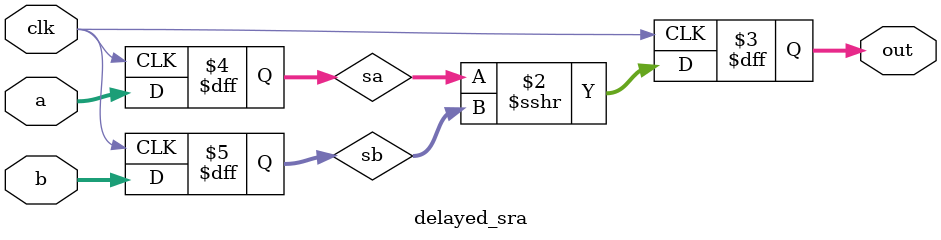
<source format=v>
/*
  Copyright (c) 2018, miya
  All rights reserved.

  Redistribution and use in source and binary forms, with or without modification, are permitted provided that the following conditions are met:

  1. Redistributions of source code must retain the above copyright notice, this list of conditions and the following disclaimer.

  2. Redistributions in binary form must reproduce the above copyright notice, this list of conditions and the following disclaimer in the documentation and/or other materials provided with the distribution.

  THIS SOFTWARE IS PROVIDED BY THE COPYRIGHT HOLDERS AND CONTRIBUTORS "AS IS" AND ANY EXPRESS OR IMPLIED WARRANTIES, INCLUDING, BUT NOT LIMITED TO, THE IMPLIED WARRANTIES OF MERCHANTABILITY AND FITNESS FOR A PARTICULAR PURPOSE ARE DISCLAIMED.
  IN NO EVENT SHALL THE COPYRIGHT OWNER OR CONTRIBUTORS BE LIABLE FOR ANY DIRECT, INDIRECT, INCIDENTAL, SPECIAL, EXEMPLARY, OR CONSEQUENTIAL DAMAGES (INCLUDING, BUT NOT LIMITED TO,
  PROCUREMENT OF SUBSTITUTE GOODS OR SERVICES; LOSS OF USE, DATA, OR PROFITS; OR BUSINESS INTERRUPTION) HOWEVER CAUSED AND ON ANY THEORY OF LIABILITY, WHETHER IN CONTRACT, STRICT LIABILITY, OR TORT (INCLUDING NEGLIGENCE OR OTHERWISE) ARISING IN ANY WAY OUT OF THE USE OF THIS SOFTWARE, EVEN IF ADVISED OF THE POSSIBILITY OF SUCH DAMAGE.
*/

`define ENABLE_MVIL
//`define ENABLE_MUL
//`define ENABLE_MULTI_BIT_SHIFT
//`define ENABLE_MVC
//`define ENABLE_WA
//`define FULL_PIPELINED_ALU

module mini16_cpu
  #(
    parameter WIDTH_I = 16,
    parameter WIDTH_D = 16,
    parameter DEPTH_I = 8,
    parameter DEPTH_D = 8,
    parameter DEPTH_REG = 5
    )
  (
   input                    clk,
   input                    reset,
   output reg [DEPTH_I-1:0] mem_i_r_addr,
   input [WIDTH_I-1:0]      mem_i_r_data,
   output reg [DEPTH_D-1:0] mem_d_r_addr,
   input [WIDTH_D-1:0]      mem_d_r_data,
   output reg [DEPTH_D-1:0] mem_d_w_addr,
   output reg [WIDTH_D-1:0] mem_d_w_data,
   output reg               mem_d_we
   );

  localparam TRUE = 1'b1;
  localparam FALSE = 1'b0;
  localparam ONE = 1'd1;
  localparam ZERO = 1'd0;
  localparam FFFF = {WIDTH_D{1'b1}};
  localparam SHIFT_BITS = 4;
  localparam BL_OFFSET = 1'd1;

  // opcode
  localparam I_NOP  = 5'h00; // 5'b00000;
  localparam I_ST   = 5'h01; // 5'b00001;
  localparam I_MVC  = 5'h02; // 5'b00010;
  localparam I_BA   = 5'h04; // 5'b00100;
  localparam I_BC   = 5'h05; // 5'b00101;
  localparam I_WA   = 5'h06; // 5'b00110;
  localparam I_BL   = 5'h07; // 5'b00111;
  localparam I_ADD  = 5'h08; // 5'b01000;
  localparam I_SUB  = 5'h09; // 5'b01001;
  localparam I_AND  = 5'h0a; // 5'b01010;
  localparam I_OR   = 5'h0b; // 5'b01011;
  localparam I_XOR  = 5'h0c; // 5'b01100;
  localparam I_MUL  = 5'h0d; // 5'b01101;
  localparam I_MV   = 5'h10; // 5'b10000;
  localparam I_MVIL = 5'h11; // 5'b10001;
  localparam I_LD   = 5'h17; // 5'b10111;
  localparam I_SR   = 5'h18; // 5'b11000;
  localparam I_SL   = 5'h19; // 5'b11001;
  localparam I_SRA  = 5'h1a; // 5'b11010;
  localparam I_CNZ  = 5'h1c; // 5'b11100;
  localparam I_CNM  = 5'h1d; // 5'b11101;

  // special register
  localparam SP_REG_CP   = 0;
  localparam SP_REG_MVIL = 1;

  // stage 1 fetch
  reg  [WIDTH_I-1:0]   inst_s1;
  wire [DEPTH_REG-1:0] reg_d_s1;
  wire [DEPTH_REG-1:0] reg_a_s1;
  wire [4:0]           op_s1;
  wire                 is_im_s1;
  assign reg_d_s1 = inst_s1[15:11];
  assign reg_a_s1 = inst_s1[10:6];
  assign is_im_s1 = inst_s1[5];
  assign op_s1 = inst_s1[4:0];
  always @(posedge clk)
    begin
      if (reset == TRUE)
        begin
          inst_s1 <= ZERO;
        end
      else
        begin
`ifdef ENABLE_WA
          if (wait_en_s2 == TRUE)
            begin
              inst_s1 <= ZERO;
            end
          else
            begin
              inst_s1 <= mem_i_r_data;
            end
`else
          inst_s1 <= mem_i_r_data;
`endif
        end
    end

`ifdef ENABLE_WA
  // stage 2 wait counter
  wire wait_en_s2;
  reg [4:0] wait_count_m1;
  assign wait_en_s2 = (wait_counter_s2 == ZERO) ? FALSE : TRUE;
  reg [9:0] wait_counter_s2;
  always @(posedge clk)
    begin
      if (reset == TRUE)
        begin
          wait_counter_s2 <= ZERO;
          wait_count_m1 <= ZERO;
        end
      else
        begin
          if (op_s1 == I_WA)
            begin
              wait_counter_s2 <= reg_a_s1;
              wait_count_m1 <= reg_a_s1 - ONE;
            end
          else
            begin
              if (wait_en_s2 == TRUE)
                begin
                  wait_counter_s2 <= wait_counter_s2 - ONE;
                end
            end
        end
    end
`endif

`ifdef ENABLE_MVC
  // stage 2 set reg read addr
  reg [DEPTH_REG-1:0] reg_addr_a_s2;
  reg [DEPTH_REG-1:0] reg_addr_b_s2;
  always @(posedge clk)
    begin
      reg_addr_b_s2 <= reg_a_s1;
      if (op_s1 == I_MVC)
        begin
          reg_addr_a_s2 <= SP_REG_CP;
        end
      else
        begin
          reg_addr_a_s2 <= reg_d_s1;
        end
    end
`endif

  // stage 2 delay
  reg [4:0]           op_s2;
  reg                 is_im_s2;
  reg [DEPTH_REG-1:0] reg_d_s2;
  reg [DEPTH_REG-1:0] reg_a_s2;
  always @(posedge clk)
    begin
      op_s2 <= op_s1;
      is_im_s2 <= is_im_s1;
      reg_d_s2 <= reg_d_s1;
      reg_a_s2 <= reg_a_s1;
    end

  // stage 3 set dest reg addr
  reg [DEPTH_REG-1:0] reg_addr_d_s3;
  always @(posedge clk)
    begin
      if (reset == TRUE)
        begin
          reg_addr_d_s3 <= ZERO;
        end
      else
        begin
          if (FALSE)
            begin
              // dummy for ifdef
              reg_addr_d_s3 <= reg_d_s2;
            end
`ifdef ENABLE_MVIL
          else if (op_s2 == I_MVIL)
            begin
              reg_addr_d_s3 <= SP_REG_MVIL;
            end
`endif
          else
            begin
              reg_addr_d_s3 <= reg_d_s2;
            end
        end
    end

  // stage 3 delay
  reg [4:0]           op_s3;
  reg                 is_im_s3;
  reg [DEPTH_REG-1:0] reg_a_s3;
  always @(posedge clk)
    begin
      op_s3 <= op_s2;
      is_im_s3 <= is_im_s2;
      reg_a_s3 <= reg_a_s2;
    end
`ifdef ENABLE_MVIL
  reg [DEPTH_REG-1:0] reg_d_s3;
  always @(posedge clk)
    begin
      reg_d_s3 <= reg_d_s2;
    end
`endif

  // stage 4 fetch reg_data
  wire [WIDTH_D-1:0] reg_data_a_s_s3;
  wire [WIDTH_D-1:0] reg_data_b_s_s3;
  reg [WIDTH_D-1:0]  reg_data_a_s4;
  reg [WIDTH_D-1:0]  reg_data_b_s4;
  always @(posedge clk)
    begin
      reg_data_a_s4 <= reg_data_a_s_s3;
      if (reset == TRUE)
        begin
          reg_data_b_s4 <= ZERO;
        end
      else
        begin
          if (FALSE)
            begin
              // dummy for ifdef
              reg_data_b_s4 <= reg_data_b_s_s3;
            end
`ifdef ENABLE_MVIL
          else if (op_s3 == I_MVIL)
            begin
              reg_data_b_s4 <= {reg_d_s3, reg_a_s3, is_im_s3};
            end
`endif
          else if (is_im_s3 == TRUE)
            begin
              reg_data_b_s4 <= $signed(reg_a_s3);
            end
          else
            begin
              reg_data_b_s4 <= reg_data_b_s_s3;
            end
        end
    end

  // stage 4 load address
  always @(posedge clk)
    begin
      if (reset == TRUE)
        begin
          mem_d_r_addr <= ZERO;
        end
      else
        begin
          if (op_s3 == I_LD)
            begin
              mem_d_r_addr <= reg_data_b_s_s3;
            end
        end
    end

  // stage 4 delay
  reg [4:0]           op_s4;
  reg [DEPTH_REG-1:0] reg_addr_d_s4;
  always @(posedge clk)
    begin
      op_s4 <= op_s3;
      reg_addr_d_s4 <= reg_addr_d_s3;
    end

  // stage 5 execute store
  always @(posedge clk)
    begin
      if (reset == TRUE)
        begin
          mem_d_w_addr <= ZERO;
          mem_d_w_data <= ZERO;
          mem_d_we <= FALSE;
        end
      else
        begin
          case (op_s4)
            I_ST:
              begin
                mem_d_w_addr <= reg_data_a_s4;
                mem_d_w_data <= reg_data_b_s4;
                mem_d_we <= TRUE;
              end
            default:
              begin
                mem_d_w_addr <= ZERO;
                mem_d_w_data <= ZERO;
                mem_d_we <= FALSE;
              end
          endcase
        end
    end

  // stage 5 calc BL address
  reg [DEPTH_I-1:0] bl_addr_s5;
  always @(posedge clk)
    begin
      bl_addr_s5 <= mem_i_r_addr + BL_OFFSET;
    end

  // stage 5 execute branch
  wire cond_true_s4;
  assign cond_true_s4 = (reg_data_a_s4 != ZERO) ? TRUE : FALSE;
  always @(posedge clk)
    begin
      if (reset == TRUE)
        begin
          mem_i_r_addr <= ZERO;
        end
      else
        begin
          // branch
          if ((op_s4 == I_BA) || (op_s4 == I_BL) || ((op_s4 == I_BC) && (cond_true_s4)))
            begin
              mem_i_r_addr <= reg_data_b_s4;
            end
`ifdef ENABLE_WA
          else if (op_s4 == I_WA)
            begin
              mem_i_r_addr <= mem_i_r_addr - wait_count_m1;
            end
`endif
          else
            begin
              mem_i_r_addr <= mem_i_r_addr + ONE;
            end
        end
    end

  // stage 5 delay
  reg [4:0]           op_s5;
  reg [DEPTH_REG-1:0] reg_addr_d_s5;
  reg [WIDTH_D-1:0]   reg_data_a_s5;
  reg [WIDTH_D-1:0]   reg_data_b_s5;
  always @(posedge clk)
    begin
      op_s5 <= op_s4;
      reg_addr_d_s5 <= reg_addr_d_s4;
      reg_data_a_s5 <= reg_data_a_s4;
      reg_data_b_s5 <= reg_data_b_s4;
    end
`ifdef ENABLE_MVC
  reg                 cond_true_s5;
  always @(posedge clk)
    begin
      cond_true_s5 <= cond_true_s4;
    end
`endif

  // stage 6 compare
  reg flag_cnz_s6;
  reg flag_cnm_s6;
  always @(posedge clk)
    begin
      if (reg_data_b_s5 == ZERO)
        begin
          flag_cnz_s6 <= FALSE;
        end
      else
        begin
          flag_cnz_s6 <= TRUE;
        end

      if (reg_data_b_s5[WIDTH_D-1] == 1'b0)
        begin
          flag_cnm_s6 <= TRUE;
        end
      else
        begin
          flag_cnm_s6 <= FALSE;
        end
    end

  // stage 6 reg we
  reg reg_we_s6;
  always @(posedge clk)
    begin
      if ((op_s5[4:3] != 2'b00) || (op_s5 == I_BL)
`ifdef ENABLE_MVC
          || ((op_s5 == I_MVC) && (cond_true_s5 == TRUE))
`endif
          )
        begin
          reg_we_s6 <= TRUE;
        end
      else
        begin
          reg_we_s6 <= FALSE;
        end
    end

  // stage 6 delay
  reg [4:0]           op_s6;
  reg [DEPTH_REG-1:0] reg_addr_d_s6;
  reg [WIDTH_D-1:0]   reg_data_a_s6;
  reg [WIDTH_D-1:0]   reg_data_b_s6;
  reg [DEPTH_I-1:0]   bl_addr_s6;
  reg [WIDTH_D-1:0]   mem_d_r_data_s6;
  always @(posedge clk)
    begin
      op_s6 <= op_s5;
      reg_addr_d_s6 <= reg_addr_d_s5;
      reg_data_a_s6 <= reg_data_a_s5;
      reg_data_b_s6 <= reg_data_b_s5;
      bl_addr_s6 <= bl_addr_s5;
      mem_d_r_data_s6 <= mem_d_r_data;
    end

`ifdef FULL_PIPELINED_ALU
  // stage 6 pre-execute
  reg [WIDTH_D-1:0]   reg_data_add_s6;
  reg [WIDTH_D-1:0]   reg_data_sub_s6;
  reg [WIDTH_D-1:0]   reg_data_and_s6;
  reg [WIDTH_D-1:0]   reg_data_or_s6;
  reg [WIDTH_D-1:0]   reg_data_xor_s6;
  always @(posedge clk)
    begin
      reg_data_add_s6 <= reg_data_a_s5 + reg_data_b_s5;
      reg_data_sub_s6 <= reg_data_a_s5 - reg_data_b_s5;
      reg_data_and_s6 <= reg_data_a_s5 & reg_data_b_s5;
      reg_data_or_s6  <= reg_data_a_s5 | reg_data_b_s5;
      reg_data_xor_s6 <= reg_data_a_s5 ^ reg_data_b_s5;
    end
`endif

  // stage 7 execute
  reg [WIDTH_D-1:0]   reg_data_w_s7;
  always @(posedge clk)
    begin
      case (op_s6)
`ifdef FULL_PIPELINED_ALU
        I_ADD:
          begin
            reg_data_w_s7 <= reg_data_add_s6;
          end
        I_SUB:
          begin
            reg_data_w_s7 <= reg_data_sub_s6;
          end
        I_AND:
          begin
            reg_data_w_s7 <= reg_data_and_s6;
          end
        I_OR:
          begin
            reg_data_w_s7 <= reg_data_or_s6;
          end
        I_XOR:
          begin
            reg_data_w_s7 <= reg_data_xor_s6;
          end
`else
        I_ADD:
          begin
            reg_data_w_s7 <= reg_data_a_s6 + reg_data_b_s6;
          end
        I_SUB:
          begin
            reg_data_w_s7 <= reg_data_a_s6 - reg_data_b_s6;
          end
        I_AND:
          begin
            reg_data_w_s7 <= reg_data_a_s6 & reg_data_b_s6;
          end
        I_OR:
          begin
            reg_data_w_s7 <= reg_data_a_s6 | reg_data_b_s6;
          end
        I_XOR:
          begin
            reg_data_w_s7 <= reg_data_a_s6 ^ reg_data_b_s6;
          end
`endif
        I_SR:
          begin
            reg_data_w_s7 <= sr_result_s6;
          end
        I_SL:
          begin
            reg_data_w_s7 <= sl_result_s6;
          end
        I_SRA:
          begin
            reg_data_w_s7 <= sra_result_s6;
          end
        I_CNZ:
          begin
            reg_data_w_s7 <= {WIDTH_D{flag_cnz_s6}};
          end
        I_CNM:
          begin
            reg_data_w_s7 <= {WIDTH_D{flag_cnm_s6}};
          end
        I_BL:
          begin
            reg_data_w_s7 <= bl_addr_s6;
          end
`ifdef ENABLE_MUL
        I_MUL:
          begin
            reg_data_w_s7 <= mul_result_s6;
          end
`endif
        I_LD:
          begin
            reg_data_w_s7 <= mem_d_r_data_s6;
          end
        // I_MV, I_MVIL
        default:
          begin
            reg_data_w_s7 <= reg_data_b_s6;
          end
      endcase
    end

  // stage 7 delay
  reg [DEPTH_REG-1:0] reg_addr_d_s7;
  reg reg_we_s7;
  always @(posedge clk)
    begin
      reg_addr_d_s7 <= reg_addr_d_s6;
      reg_we_s7 <= reg_we_s6;
    end

  r2w1_port_ram
    #(
      .DATA_WIDTH (WIDTH_D),
      .ADDR_WIDTH (DEPTH_REG)
      )
  reg_file
    (
     .clk (clk),
`ifdef ENABLE_MVC
     .addr_r_a (reg_addr_a_s2),
     .addr_r_b (reg_addr_b_s2),
`else
     .addr_r_a (reg_d_s2),
     .addr_r_b (reg_a_s2),
`endif
     .addr_w (reg_addr_d_s7),
     .data_in (reg_data_w_s7),
     .we (reg_we_s7),
     .data_out_a (reg_data_a_s_s3),
     .data_out_b (reg_data_b_s_s3)
     );

`ifdef ENABLE_MUL
  wire [WIDTH_D-1:0] mul_result_s6;
  delayed_mul
    #(
      .WIDTH_D (WIDTH_D)
      )
  delayed_mul_0
    (
     .clk (clk),
     .a (reg_data_a_s4),
     .b (reg_data_b_s4),
     .out (mul_result_s6)
     );
`endif

`ifdef ENABLE_MULTI_BIT_SHIFT
  wire [WIDTH_D-1:0] sr_result_s6;
  wire [WIDTH_D-1:0] sl_result_s6;
  wire [WIDTH_D-1:0] sra_result_s6;

  delayed_sr
    #(
      .WIDTH_D (WIDTH_D),
      .SHIFT_BITS (SHIFT_BITS)
      )
  delayed_sr_0
    (
     .clk (clk),
     .a (reg_data_a_s4),
     .b (reg_data_b_s4[SHIFT_BITS-1:0]),
     .out (sr_result_s6)
     );

  delayed_sl
    #(
      .WIDTH_D (WIDTH_D),
      .SHIFT_BITS (SHIFT_BITS)
      )
  delayed_sl_0
    (
     .clk (clk),
     .a (reg_data_a_s4),
     .b (reg_data_b_s4[SHIFT_BITS-1:0]),
     .out (sl_result_s6)
     );

  delayed_sra
    #(
      .WIDTH_D (WIDTH_D),
      .SHIFT_BITS (SHIFT_BITS)
      )
  delayed_sra_0
    (
     .clk (clk),
     .a (reg_data_a_s4),
     .b (reg_data_b_s4[SHIFT_BITS-1:0]),
     .out (sra_result_s6)
     );
`else
  reg [WIDTH_D-1:0] sr_result_s6;
  reg [WIDTH_D-1:0] sl_result_s6;
  reg [WIDTH_D-1:0] sra_result_s6;
  always @(posedge clk)
    begin
      sr_result_s6 <= {1'b0, reg_data_a_s5[WIDTH_D-1:1]};
      sl_result_s6 <= {reg_data_a_s5[WIDTH_D-2:0], 1'b0};
      sra_result_s6 <= {reg_data_a_s5[WIDTH_D-1], reg_data_a_s5[WIDTH_D-1:1]};
    end
`endif

endmodule

module delayed_mul
  #(
    parameter WIDTH_D = 16
    )
  (
   input                           clk,
   input signed [WIDTH_D-1:0]      a,
   input signed [WIDTH_D-1:0]      b,
   output reg signed [WIDTH_D-1:0] out
   );

  reg signed [WIDTH_D-1:0]         sa;
  reg signed [WIDTH_D-1:0]         sb;

  always @(posedge clk)
    begin
      sa <= a;
      sb <= b;
      out <= sa * sb;
    end
endmodule

module delayed_sr
  #(
    parameter WIDTH_D = 16,
    parameter SHIFT_BITS = 4
    )
  (
   input                    clk,
   input [WIDTH_D-1:0]      a,
   input [SHIFT_BITS-1:0]   b,
   output reg [WIDTH_D-1:0] out
   );

  reg [WIDTH_D-1:0]         sa;
  reg [SHIFT_BITS-1:0]      sb;

  always @(posedge clk)
    begin
      sa <= a;
      sb <= b;
      out <= sa >> sb;
    end
endmodule

module delayed_sl
  #(
    parameter WIDTH_D = 16,
    parameter SHIFT_BITS = 4
    )
  (
   input                    clk,
   input [WIDTH_D-1:0]      a,
   input [SHIFT_BITS-1:0]   b,
   output reg [WIDTH_D-1:0] out
   );

  reg [WIDTH_D-1:0]         sa;
  reg [SHIFT_BITS-1:0]      sb;

  always @(posedge clk)
    begin
      sa <= a;
      sb <= b;
      out <= sa << sb;
    end
endmodule

module delayed_sra
  #(
    parameter WIDTH_D = 16,
    parameter SHIFT_BITS = 4
    )
  (
   input                    clk,
   input [WIDTH_D-1:0]      a,
   input [SHIFT_BITS-1:0]   b,
   output reg [WIDTH_D-1:0] out
   );

  reg signed [WIDTH_D-1:0]  sa;
  reg [SHIFT_BITS-1:0]      sb;

  always @(posedge clk)
    begin
      sa <= a;
      sb <= b;
      out <= sa >>> sb;
    end
endmodule

</source>
